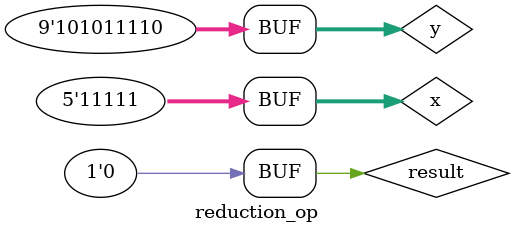
<source format=v>
module reduction_op();
  reg [4:0] x = 5'b1_1111;
  reg [8:0] y = 9'b1_0101_1110;
  reg result;
  
  initial begin
    $monitor("x=%b, y=%b, result=%b", x,y, result);
	
  end
  
  initial begin
    result= &x;
	#1 result = ~&x;
	#1 result =|y;
	#1 result =~|y;
	
  end
endmodule  
</source>
